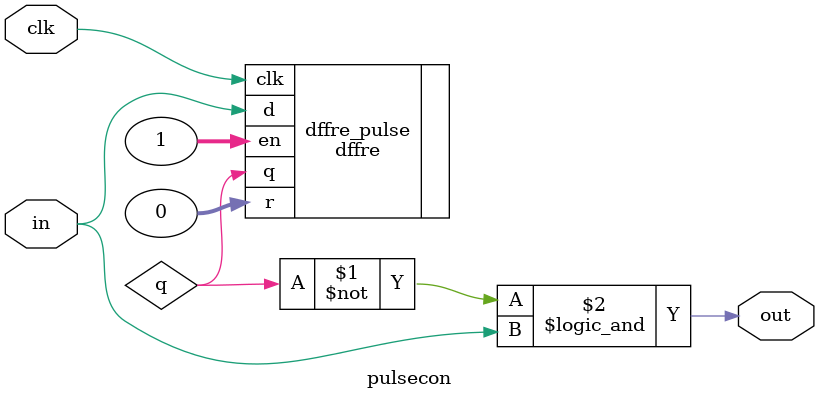
<source format=v>
module pulsecon (
    clk,
    in,
    out,
);
    // 脉宽变换，把输入信号宽度变换为一个时钟周期
    input clk;
    input in;
    output out;

    wire q;
    
    assign out = ~q && in;

    dffre dffre_pulse(
        .d(in),
        .en(1),
        .r(0),
        .clk(clk),
        .q(q)
    );
endmodule
</source>
